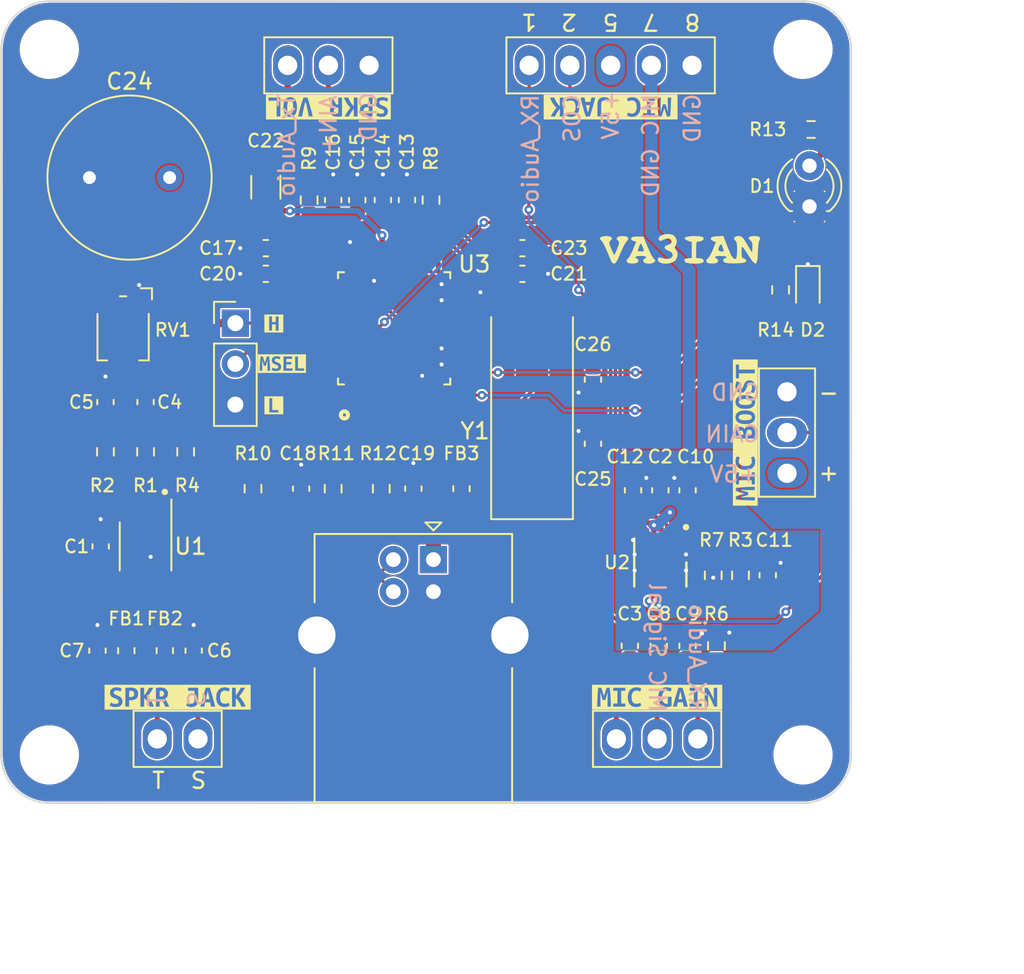
<source format=kicad_pcb>
(kicad_pcb (version 20211014) (generator pcbnew)
  (layers (0 "F.Cu" signal) (31 "B.Cu" signal) (34 "B.Paste" user) (35 "F.Paste" user) (36 "B.SilkS" user "B.Silkscreen") (37 "F.SilkS" user "F.Silkscreen") (38 "B.Mask" user) (39 "F.Mask" user) (44 "Edge.Cuts" user))
  (net 0 "")
  (net 1 "Net-(R14-Pad1)")
  (net 2 "Net-(D2-Pad2)")
  (net 3 "Net-(R13-Pad1)")
  (net 4 "Net-(D1-Pad2)")
  (net 5 "/D-")
  (net 6 "USB_D-")
  (net 7 "/D+")
  (net 8 "USB_D+")
  (net 9 "REGV")
  (net 10 "AVDD2")
  (net 11 "+5V")
  (net 12 "AVDD1")
  (net 13 "Net-(R3-Pad2)")
  (net 14 "GND1")
  (net 15 "Net-(R6-Pad1)")
  (net 16 "Net-(C8-Pad1)")
  (net 17 "Net-(R3-Pad1)")
  (net 18 "Net-(R4-Pad2)")
  (net 19 "Net-(C4-Pad2)")
  (net 20 "Net-(R1-Pad2)")
  (net 21 "Net-(C5-Pad2)")
  (net 22 "Net-(R2-Pad2)")
  (net 23 "GND")
  (net 24 "Net-(C4-Pad1)")
  (net 25 "AIN+")
  (net 27 "Net-(FB1-Pad1)")
  (net 28 "Net-(FB2-Pad1)")
  (net 29 "Net-(C10-Pad1)")
  (net 30 "Net-(C12-Pad1)")
  (net 31 "MAX9814_OUTPUT")
  (net 32 "Net-(C8-Pad2)")
  (net 33 "GAIN")
  (net 34 "Net-(C11-Pad1)")
  (net 35 "Tx Audio")
  (net 36 "/T")
  (net 37 "/S")
  (net 38 "Rx Audio")
  (net 39 "COS")
  (net 40 "Net-(C3-Pad2)")
  (net 47 "Net-(C25-Pad1)")
  (net 48 "Net-(C26-Pad1)")
  (net 57 "Net-(C21-Pad1)")
  (net 58 "Net-(C23-Pad2)")
  (net 61 "LOR")
  (net 62 "MSEL")
  (net 70 "Net-(FB3-Pad1)")
  (footprint "Connector_USB:USB_B_OST_USB-B1HSxx_Horizontal" (layer "F.Cu") (at 126.95 84.8225 -90)
    (fp_text reference "J3" hide)
    (fp_text value "USB_B" hide)
  )
  (footprint "Capacitor_SMD:C_0603_1608Metric" (layer "F.Cu") (at 106 90.5 90)
    (fp_text reference "C7")
    (fp_text value "220pF" hide)
  )
  (footprint "Resistor_SMD:R_0603_1608Metric" (layer "F.Cu") (at 119.2 62.4 90)
    (fp_text reference "R9")
    (fp_text value "0R" hide)
  )
  (footprint "Capacitor_SMD:C_1206_3216Metric" (layer "F.Cu") (at 116.5 61.6 90)
    (fp_text reference "C22")
    (fp_text value "100uF/6.3V" hide)
  )
  (footprint "LED_THT:LED_D3.0mm" (layer "F.Cu") (at 150.4 62.8 90)
    (fp_text reference "D1")
    (fp_text value "GREEN" hide)
  )
  (footprint "Capacitor_SMD:C_0603_1608Metric" (layer "F.Cu") (at 142.8 80.5 90)
    (fp_text reference "C10")
    (fp_text value "100nF" hide)
  )
  (footprint "MountingHole:MountingHole_3.2mm_M3_ISO14580" (layer "F.Cu") (at 150 53)
    (fp_text reference "H2" hide)
    (fp_text value "MountingHole" hide)
  )
  (footprint "Capacitor_SMD:C_0603_1608Metric" (layer "F.Cu") (at 123.8 62.4 90)
    (fp_text reference "C14")
    (fp_text value "4.7uF" hide)
  )
  (footprint "Potentiometer_SMD:Potentiometer_Bourns_TC33X_Vertical" (layer "F.Cu") (at 107.6 70.5 -90)
    (fp_text reference "RV1")
    (fp_text value "TC33X-2-103E" hide)
  )
  (footprint "Resistor_SMD:R_0603_1608Metric" (layer "F.Cu") (at 144.4 85.8 -90)
    (fp_text reference "R7")
    (fp_text value "100k" hide)
  )
  (footprint "Capacitor_SMD:C_0603_1608Metric" (layer "F.Cu") (at 118.7 80.4 90)
    (fp_text reference "C18")
    (fp_text value "100pF" hide)
  )
  (footprint "Package_DFN_QFN:DFN-14-1EP_3x3mm_P0.4mm_EP1.78x2.35mm" (layer "F.Cu") (at 141.1 85 -90)
    (fp_text reference "U2")
    (fp_text value "MAX9814" hide)
  )
  (footprint "Capacitor_SMD:C_0603_1608Metric" (layer "F.Cu") (at 136.9 77.6 90)
    (fp_text reference "C25")
    (fp_text value "20pF" hide)
  )
  (footprint "Capacitor_SMD:C_0603_1608Metric" (layer "F.Cu") (at 106.2 84 90)
    (fp_text reference "C1")
    (fp_text value "10uF" hide)
  )
  (footprint "Capacitor_SMD:C_0603_1608Metric" (layer "F.Cu") (at 141 90.2 90)
    (fp_text reference "C8")
    (fp_text value "100nF" hide)
  )
  (footprint "Resistor_SMD:R_0603_1608Metric" (layer "F.Cu") (at 148.6 68 -90)
    (fp_text reference "R14")
    (fp_text value "330R" hide)
  )
  (footprint "Capacitor_SMD:C_0603_1608Metric" (layer "F.Cu") (at 109 75 -90)
    (fp_text reference "C4")
    (fp_text value "1uF" hide)
  )
  (footprint "Resistor_SMD:R_0603_1608Metric" (layer "F.Cu") (at 120.7 80.4 90)
    (fp_text reference "R11")
    (fp_text value "22R" hide)
  )
  (footprint "Resistor_SMD:R_0603_1608Metric" (layer "F.Cu") (at 111.5 78.1 -90)
    (fp_text reference "R4")
    (fp_text value "10k" hide)
  )
  (footprint "kibuzzard-6481F34A" (layer "F.Cu") (at 111 93.4)
    (fp_text reference "kibuzzard-6481F34A" hide)
    (fp_text value "G***" hide)
  )
  (footprint "Resistor_SMD:R_0603_1608Metric" (layer "F.Cu") (at 106.5 78.1 -90)
    (fp_text reference "R2")
    (fp_text value "100R" hide)
  )
  (footprint "kibuzzard-648228C2" (layer "F.Cu") (at 117.5 72.6)
    (fp_text reference "kibuzzard-648228C2" hide)
    (fp_text value "G***" hide)
  )
  (footprint "PCB Footprints:CM108AH" (layer "F.Cu") (at 124.5 70.4 90)
    (fp_text reference "U3")
    (fp_text value "CM108AH" hide)
  )
  (footprint "Capacitor_SMD:C_0603_1608Metric" (layer "F.Cu") (at 112 90.5 90)
    (fp_text reference "C6")
    (fp_text value "220pF" hide)
  )
  (footprint "Capacitor_THT:C_Radial_D10.0mm_H20.0mm_P5.00mm" (layer "F.Cu") (at 110.5 61 180)
    (fp_text reference "C24")
    (fp_text value "2200uF/16V" hide)
  )
  (footprint "Connector_PinHeader_2.54mm:PinHeader_1x03_P2.54mm_Vertical" (layer "F.Cu") (at 114.6 70.075)
    (fp_text reference "J4" hide)
    (fp_text value "PH-00598" hide)
  )
  (footprint "PCB Footprints:Mic Jack" (layer "F.Cu") (at 138 54)
    (fp_text reference "J2" hide)
    (fp_text value "Mic Jack" hide)
  )
  (footprint "Resistor_SMD:R_0603_1608Metric" (layer "F.Cu") (at 146.1 85.8 90)
    (fp_text reference "R3")
    (fp_text value "150k" hide)
  )
  (footprint "Resistor_SMD:R_0603_1608Metric" (layer "F.Cu") (at 144.6 90.2 90)
    (fp_text reference "R6")
    (fp_text value "470R" hide)
  )
  (footprint "Capacitor_SMD:C_0603_1608Metric" (layer "F.Cu") (at 136.9 73.6 -90)
    (fp_text reference "C26")
    (fp_text value "20pF" hide)
  )
  (footprint "Capacitor_SMD:C_0603_1608Metric" (layer "F.Cu") (at 122.2 62.4 90)
    (fp_text reference "C15")
    (fp_text value "100nF" hide)
  )
  (footprint "Inductor_SMD:L_0603_1608Metric" (layer "F.Cu") (at 128.7 80.4 90)
    (fp_text reference "FB3")
    (fp_text value "MMZ1608B121CTAH0" hide)
  )
  (footprint "Capacitor_SMD:C_0603_1608Metric" (layer "F.Cu") (at 125.3 62.4 90)
    (fp_text reference "C13")
    (fp_text value "100nF" hide)
  )
  (footprint "PCB Footprints:Mic Boost Switch" (layer "F.Cu") (at 149 76.9 90)
    (fp_text reference "SW1" hide)
    (fp_text value "Mic Boost Switch" hide)
  )
  (footprint "Capacitor_SMD:C_0603_1608Metric" (layer "F.Cu") (at 120.7 62.4 90)
    (fp_text reference "C16")
    (fp_text value "4.7uF" hide)
  )
  (footprint "Capacitor_SMD:C_0603_1608Metric" (layer "F.Cu") (at 142.8 90.2 90)
    (fp_text reference "C9")
    (fp_text value "100pF" hide)
  )
  (footprint "Inductor_SMD:L_0603_1608Metric" (layer "F.Cu") (at 107.8 90.5 -90)
    (fp_text reference "FB1")
    (fp_text value "MMZ1608B121CTAH0" hide)
  )
  (footprint "kibuzzard-6481EE0B" (layer "F.Cu") (at 140.9 93.4)
    (fp_text reference "kibuzzard-6481EE0B" hide)
    (fp_text value "G***" hide)
  )
  (footprint "Capacitor_SMD:C_0603_1608Metric" (layer "F.Cu") (at 147.8 85.8 90)
    (fp_text reference "C11")
    (fp_text value "470nF" hide)
  )
  (footprint "Resistor_SMD:R_0603_1608Metric" (layer "F.Cu") (at 123.7 80.4 90)
    (fp_text reference "R12")
    (fp_text value "22R" hide)
  )
  (footprint "Capacitor_SMD:C_0603_1608Metric" (layer "F.Cu") (at 116.5 65.4 180)
    (fp_text reference "C17")
    (fp_text value "4.7uF" hide)
  )
  (footprint "kibuzzard-6481EDD5" (layer "F.Cu") (at 120.4 56.6 180)
    (fp_text reference "kibuzzard-6481EDD5" hide)
    (fp_text value "G***" hide)
  )
  (footprint "Capacitor_SMD:C_0603_1608Metric" (layer "F.Cu") (at 141.1 80.5 90)
    (fp_text reference "C2")
    (fp_text value "2.2uF" hide)
  )
  (footprint "Inductor_SMD:L_0603_1608Metric" (layer "F.Cu") (at 110.2 90.5 -90)
    (fp_text reference "FB2")
    (fp_text value "MMZ1608B121CTAH0" hide)
  )
  (footprint "kibuzzard-6481F543" (layer "F.Cu") (at 146.4 76.9 90)
    (fp_text reference "kibuzzard-6481F543" hide)
    (fp_text value "G***" hide)
  )
  (footprint "Capacitor_SMD:C_0603_1608Metric" (layer "F.Cu") (at 106.5 75 -90)
    (fp_text reference "C5")
    (fp_text value "1uF" hide)
  )
  (footprint "Capacitor_SMD:C_0603_1608Metric" (layer "F.Cu") (at 139.4 80.5 90)
    (fp_text reference "C12")
    (fp_text value "2.2uF" hide)
  )
  (footprint "MountingHole:MountingHole_3.2mm_M3_ISO14580" (layer "F.Cu") (at 103 97)
    (fp_text reference "H4" hide)
    (fp_text value "MountingHole" hide)
  )
  (footprint "Crystal:Crystal_SMD_HC49-SD" (layer "F.Cu") (at 133.1 75.6 90)
    (fp_text reference "Y1")
    (fp_text value "12MHz" hide)
  )
  (footprint "PCB Footprints:LOGO" (layer "F.Cu") (at 142.3 65.4)
    (fp_text reference "G***" hide)
    (fp_text value "LOGO" hide)
  )
  (footprint "Resistor_SMD:R_0603_1608Metric" (layer "F.Cu") (at 150.5 58)
    (fp_text reference "R13")
    (fp_text value "330R" hide)
  )
  (footprint "Capacitor_SMD:C_0603_1608Metric" (layer "F.Cu") (at 132.5 67)
    (fp_text reference "C21")
    (fp_text value "4.7uF" hide)
  )
  (footprint "MountingHole:MountingHole_3.2mm_M3_ISO14580" (layer "F.Cu") (at 103 53)
    (fp_text reference "H1" hide)
    (fp_text value "MountingHole" hide)
  )
  (footprint "kibuzzard-6482295C" (layer "F.Cu") (at 117 75.2)
    (fp_text reference "kibuzzard-6482295C" hide)
    (fp_text value "G***" hide)
  )
  (footprint "kibuzzard-6481EDF2" (layer "F.Cu") (at 138 56.6 180)
    (fp_text reference "kibuzzard-6481EDF2" hide)
    (fp_text value "G***" hide)
  )
  (footprint "Capacitor_SMD:C_0603_1608Metric" (layer "F.Cu") (at 125.7 80.4 90)
    (fp_text reference "C19")
    (fp_text value "100pF" hide)
  )
  (footprint "Resistor_SMD:R_0603_1608Metric" (layer "F.Cu") (at 109 78.1 -90)
    (fp_text reference "R1")
    (fp_text value "100R" hide)
  )
  (footprint "Capacitor_SMD:C_0603_1608Metric" (layer "F.Cu") (at 132.5 65.4 180)
    (fp_text reference "C23")
    (fp_text value "1uF" hide)
  )
  (footprint "Resistor_SMD:R_0603_1608Metric" (layer "F.Cu") (at 115.7 80.4 90)
    (fp_text reference "R10")
    (fp_text value "1.5k" hide)
  )
  (footprint "Capacitor_SMD:C_0603_1608Metric" (layer "F.Cu") (at 116.5 67 180)
    (fp_text reference "C20")
    (fp_text value "4.7uF" hide)
  )
  (footprint "LED_SMD:LED_0603_1608Metric" (layer "F.Cu") (at 150.3 68 -90)
    (fp_text reference "D2")
    (fp_text value "RED" hide)
  )
  (footprint "PCB Footprints:Speaker Jack" (layer "F.Cu") (at 111 96)
    (fp_text reference "J1" hide)
    (fp_text value "Speaker Jack" hide)
  )
  (footprint "PCB Footprints:Speaker Vol" (layer "F.Cu") (at 120.4 54)
    (fp_text reference "RV3" hide)
    (fp_text value "Speaker Vol" hide)
  )
  (footprint "Resistor_SMD:R_0603_1608Metric" (layer "F.Cu") (at 126.8 62.4 90)
    (fp_text reference "R8")
    (fp_text value "0R" hide)
  )
  (footprint "MountingHole:MountingHole_3.2mm_M3_ISO14580" (layer "F.Cu") (at 150 97)
    (fp_text reference "H3" hide)
    (fp_text value "MountingHole" hide)
  )
  (footprint "Capacitor_SMD:C_0603_1608Metric" (layer "F.Cu") (at 139.2 90.2 -90)
    (fp_text reference "C3")
    (fp_text value "100nF" hide)
  )
  (footprint "kibuzzard-6482294B" (layer "F.Cu") (at 117 70.1)
    (fp_text reference "kibuzzard-6482294B" hide)
    (fp_text value "G***" hide)
  )
  (footprint "Package_SO:MSOP-8_3x3mm_P0.65mm" (layer "F.Cu") (at 109 84 -90)
    (fp_text reference "U1")
    (fp_text value "PAM8302AAS" hide)
  )
  (footprint "PCB Footprints:Mic Gain Adjust" (layer "F.Cu") (at 140.9 96)
    (fp_text reference "RV2" hide)
    (fp_text value "Mic Gain Adjust" hide)
  )
  (gr_circle (center 142.7 82.8) (end 142.8 82.8) (layer "F.SilkS") (width 0.2) (fill none))
  (gr_circle (center 110.2 80.6) (end 110.3 80.6) (layer "F.SilkS") (width 0.2) (fill none))
  (gr_arc (start 153 97.1) (mid 152.086844 99.157564) (end 150 100.001666) (layer "Edge.Cuts") (width 0.1))
  (gr_line (start 153 97.1) (end 153.001666 53) (layer "Edge.Cuts") (width 0.1))
  (gr_line (start 102.9 100) (end 150 100.001666) (layer "Edge.Cuts") (width 0.1))
  (gr_arc (start 150.1 50) (mid 152.157564 50.913156) (end 153.001666 53) (layer "Edge.Cuts") (width 0.1))
  (gr_arc (start 102.9 100) (mid 100.842436 99.086844) (end 99.998334 97) (layer "Edge.Cuts") (width 0.1))
  (gr_line (start 150.1 50) (end 103 49.998334) (layer "Edge.Cuts") (width 0.1))
  (gr_line (start 100 52.9) (end 99.998334 97) (layer "Edge.Cuts") (width 0.1))
  (gr_arc (start 100 52.9) (mid 100.913156 50.842436) (end 103 49.998334) (layer "Edge.Cuts") (width 0.1))
  (gr_text "AIN+\n" (at 120.4 57.7 90) (layer "B.SilkS") (effects (font (size 1 1)) (justify mirror)))
  (gr_text "RX_Audio" (at 133 59.2 90) (layer "B.SilkS") (effects (font (size 1 1)) (justify mirror)))
  (gr_text "Tx_Audio" (at 117.8 59 90) (layer "B.SilkS") (effects (font (size 1 1)) (justify mirror)))
  (gr_text "T" (at 109.7 93.6 90) (layer "B.SilkS") (effects (font (size 1 1)) (justify mirror)))
  (gr_text "RX_Audio" (at 143.4 91 270) (layer "B.SilkS") (effects (font (size 1 1)) (justify mirror)))
  (gr_text "MIC GND" (at 140.5 59 90) (layer "B.SilkS") (effects (font (size 1 1)) (justify mirror)))
  (gr_text "COS" (at 135.6 57.3 90) (layer "B.SilkS") (effects (font (size 1 1)) (justify mirror)))
  (gr_text "GND" (at 145.8 74.4) (layer "B.SilkS") (effects (font (size 1 1)) (justify mirror)))
  (gr_text "GND" (at 143.1 57.3 90) (layer "B.SilkS") (effects (font (size 1 1)) (justify mirror)))
  (gr_text "+5V" (at 138 57.1 90) (layer "B.SilkS") (effects (font (size 1 1)) (justify mirror)))
  (gr_text "MIC Signal" (at 140.9 90.3 270) (layer "B.SilkS") (effects (font (size 1 1)) (justify mirror)))
  (gr_text "+5V" (at 145.7 79.5) (layer "B.SilkS") (effects (font (size 1 1)) (justify mirror)))
  (gr_text "S" (at 112.2 93.5 90) (layer "B.SilkS") (effects (font (size 1 1)) (justify mirror)))
  (gr_text "GAIN" (at 145.6 77) (layer "B.SilkS") (effects (font (size 1 1)) (justify mirror)))
  (gr_text "GND" (at 122.9 57.2 90) (layer "B.SilkS") (effects (font (size 1 1)) (justify mirror)))
  (gr_text "8" (at 143.1 51.3 180) (layer "F.SilkS") (effects (font (size 1 1))))
  (gr_text "T" (at 109.8 98.6) (layer "F.SilkS") (effects (font (size 1 1))))
  (gr_text "+" (at 151.6 79.4) (layer "F.SilkS") (effects (font (size 1 1))))
  (gr_text "1" (at 132.9 51.3 180) (layer "F.SilkS") (effects (font (size 1 1))))
  (gr_text "5" (at 138 51.3 180) (layer "F.SilkS") (effects (font (size 1 1))))
  (gr_text "-" (at 151.6 74.4) (layer "F.SilkS") (effects (font (size 1 1))))
  (gr_text "7" (at 140.5 51.3 180) (layer "F.SilkS") (effects (font (size 1 1))))
  (gr_text "S" (at 112.3 98.6) (layer "F.SilkS") (effects (font (size 1 1))))
  (gr_text "2" (at 135.4 51.3 180) (layer "F.SilkS") (effects (font (size 1 1))))
  (segment (start 127.25 74.57) (end 129.97 74.57) (width 0.2) (layer "F.Cu") (net 1))
  (segment (start 139.525 75.525) (end 141.675 75.525) (width 0.2) (layer "F.Cu") (net 1))
  (segment (start 141.675 75.525) (end 145.275 71.925) (width 0.2) (layer "F.Cu") (net 1))
  (segment (start 145.275 71.925) (end 145.275 68.525) (width 0.2) (layer "F.Cu") (net 1))
  (segment (start 129.97 74.57) (end 129.975 74.575) (width 0.2) (layer "F.Cu") (net 1))
  (segment (start 146.625 67.175) (end 148.6 67.175) (width 0.2) (layer "F.Cu") (net 1))
  (segment (start 145.275 68.525) (end 146.625 67.175) (width 0.2) (layer "F.Cu") (net 1))
  (via (at 139.525 75.525) (size 0.55) (drill 0.25) (layers "F.Cu" "B.Cu") (net 1))
  (via (at 129.975 74.575) (size 0.55) (drill 0.25) (layers "F.Cu" "B.Cu") (net 1))
  (segment (start 135.1 75.525) (end 139.525 75.525) (width 0.2) (layer "B.Cu") (net 1))
  (segment (start 129.975 74.575) (end 134.15 74.575) (width 0.2) (layer "B.Cu") (net 1))
  (segment (start 134.7 75.125) (end 135.1 75.525) (width 0.2) (layer "B.Cu") (net 1))
  (segment (start 134.15 74.575) (end 134.7 75.125) (width 0.2) (layer "B.Cu") (net 1))
  (segment (start 150.2625 68.825) (end 150.3 68.7875) (width 0.4) (layer "F.Cu") (net 2))
  (segment (start 148.6 68.825) (end 150.2625 68.825) (width 0.4) (layer "F.Cu") (net 2))
  (segment (start 141.6 73.15) (end 143.75 71) (width 0.2) (layer "F.Cu") (net 3))
  (segment (start 147 58) (end 149.675 58) (width 0.2) (layer "F.Cu") (net 3))
  (segment (start 143.75 71) (end 143.75 61.25) (width 0.2) (layer "F.Cu") (net 3))
  (segment (start 128.67 73.15) (end 130.975 73.15) (width 0.2) (layer "F.Cu") (net 3))
  (segment (start 139.55 73.15) (end 141.6 73.15) (width 0.2) (layer "F.Cu") (net 3))
  (segment (start 143.75 61.25) (end 147 58) (width 0.2) (layer "F.Cu") (net 3))
  (via (at 139.55 73.15) (size 0.55) (drill 0.25) (layers "F.Cu" "B.Cu") (net 3))
  (via (at 130.975 73.15) (size 0.55) (drill 0.25) (layers "F.Cu" "B.Cu") (net 3))
  (segment (start 130.975 73.15) (end 139.55 73.15) (width 0.2) (layer "B.Cu") (net 3))
  (segment (start 151.325 59.335) (end 150.4 60.26) (width 0.4) (layer "F.Cu") (net 4))
  (segment (start 151.325 58) (end 151.325 59.335) (width 0.4) (layer "F.Cu") (net 4))
  (segment (start 123.675001 85.597499) (end 123.415699 85.597499) (width 0.2) (layer "F.Cu") (net 5))
  (segment (start 125.7 81.175) (end 123.75 81.175) (width 0.2) (layer "F.Cu") (net 5))
  (segment (start 123.75 81.175) (end 123.7 81.225) (width 0.2) (layer "F.Cu") (net 5))
  (segment (start 123.175 81.225) (end 123.7 81.225) (width 0.2) (layer "F.Cu") (net 5))
  (segment (start 122.625 81.775) (end 123.175 81.225) (width 0.2) (layer "F.Cu") (net 5))
  (segment (start 122.625 84.8068) (end 122.625 81.975) (width 0.2) (layer "F.Cu") (net 5))
  (segment (start 122.625 81.975) (end 122.625 81.775) (width 0.2) (layer "F.Cu") (net 5))
  (segment (start 123.415699 85.597499) (end 122.625 84.8068) (width 0.2) (layer "F.Cu") (net 5))
  (segment (start 124.45 84.8225) (end 123.675001 85.597499) (width 0.2) (layer "F.Cu") (net 5))
  (segment (start 119.6932 76.275) (end 121.3932 76.275) (width 0.2) (layer "F.Cu") (net 6))
  (segment (start 119.202499 70.125) (end 118.5932 70.125) (width 0.2) (layer "F.Cu") (net 6))
  (segment (start 118.5932 70.125) (end 117.925 70.7932) (width 0.2) (layer "F.Cu") (net 6))
  (segment (start 121.3932 76.275) (end 122.425001 77.306801) (width 0.2) (layer "F.Cu") (net 6))
  (segment (start 119.227499 70.15) (end 119.202499 70.125) (width 0.2) (layer "F.Cu") (net 6))
  (segment (start 120.33 70.15) (end 119.227499 70.15) (width 0.2) (layer "F.Cu") (net 6))
  (segment (start 117.925 70.7932) (end 117.925 74.5068) (width 0.2) (layer "F.Cu") (net 6))
  (segment (start 122.425001 77.306801) (end 122.425001 78.300001) (width 0.2) (layer "F.Cu") (net 6))
  (segment (start 122.425001 78.300001) (end 123.7 79.575) (width 0.2) (layer "F.Cu") (net 6))
  (segment (start 117.925 74.5068) (end 119.6932 76.275) (width 0.2) (layer "F.Cu") (net 6))
  (segment (start 122.175 81.925) (end 122.175 81.775) (width 0.2) (layer "F.Cu") (net 7))
  (segment (start 123.229301 86.047501) (end 122.175 84.9932) (width 0.2) (layer "F.Cu") (net 7))
  (segment (start 120.65 81.175) (end 120.7 81.225) (width 0.2) (layer "F.Cu") (net 7))
  (segment (start 122.175 84.9932) (end 122.175 81.925) (width 0.2) (layer "F.Cu") (net 7))
  (segment (start 123.675001 86.047501) (end 123.229301 86.047501) (width 0.2) (layer "F.Cu") (net 7))
  (segment (start 118.7 81.175) (end 120.65 81.175) (width 0.2) (layer "F.Cu") (net 7))
  (segment (start 115.7 81.225) (end 118.65 81.225) (width 0.2) (layer "F.Cu") (net 7))
  (segment (start 122.175 81.775) (end 121.625 81.225) (width 0.2) (layer "F.Cu") (net 7))
  (segment (start 118.65 81.225) (end 118.7 81.175) (width 0.2) (layer "F.Cu") (net 7))
  (segment (start 124.45 86.8225) (end 123.675001 86.047501) (width 0.2) (layer "F.Cu") (net 7))
  (segment (start 121.625 81.225) (end 120.7 81.225) (width 0.2) (layer "F.Cu") (net 7))
  (segment (start 117.475 70.6068) (end 117.475 74.6932) (width 0.2) (layer "F.Cu") (net 8))
  (segment (start 119.5068 76.725) (end 121.2068 76.725) (width 0.2) (layer "F.Cu") (net 8))
  (segment (start 119.227499 69.65) (end 119.202499 69.675) (width 0.2) (layer "F.Cu") (net 8))
  (segment (start 121.974999 77.493199) (end 121.974999 78.300001) (width 0.2) (layer "F.Cu") (net 8))
  (segment (start 118.4068 69.675) (end 117.475 70.6068) (width 0.2) (layer "F.Cu") (net 8))
  (segment (start 117.475 74.6932) (end 119.5068 76.725) (width 0.2) (layer "F.Cu") (net 8))
  (segment (start 121.2068 76.725) (end 121.974999 77.493199) (width 0.2) (layer "F.Cu") (net 8))
  (segment (start 120.33 69.65) (end 119.227499 69.65) (width 0.2) (layer "F.Cu") (net 8))
  (segment (start 119.202499 69.675) (end 118.4068 69.675) (width 0.2) (layer "F.Cu") (net 8))
  (segment (start 121.974999 78.300001) (end 120.7 79.575) (width 0.2) (layer "F.Cu") (net 8))
  (segment (start 115.7 78.875) (end 112.5 75.675) (width 0.5) (layer "F.Cu") (net 9))
  (segment (start 112.5 75.675) (end 112.5 70.725) (width 0.5) (layer "F.Cu") (net 9))
  (segment (start 116.225 70.075) (end 117.275 69.025) (width 0.2) (layer "F.Cu") (net 9))
  (segment (start 122.55 67.65) (end 120.33 67.65) (width 0.2) (layer "F.Cu") (net 9))
  (segment (start 124.75 74.57) (end 124.75 69.85) (width 0.2) (layer "F.Cu") (net 9))
  (segment (start 120.33 67.65) (end 118.95 67.65) (width 0.25) (layer "F.Cu") (net 9))
  (segment (start 118.3 67) (end 117.275 67) (width 0.25) (layer "F.Cu") (net 9))
  (segment (start 118.95 67.65) (end 118.3 67) (width 0.25) (layer "F.Cu") (net 9))
  (segment (start 117.275 69.025) (end 117.275 67) (width 0.2) (layer "F.Cu") (net 9))
  (segment (start 115.7 79.575) (end 115.7 78.875) (width 0.5) (layer "F.Cu") (net 9))
  (segment (start 114.6 70.075) (end 116.225 70.075) (width 0.2) (layer "F.Cu") (net 9))
  (segment (start 112.5 70.725) (end 113.15 70.075) (width 0.5) (layer "F.Cu") (net 9))
  (segment (start 113.15 70.075) (end 114.6 70.075) (width 0.5) (layer "F.Cu") (net 9))
  (segment (start 124.75 69.85) (end 122.55 67.65) (width 0.2) (layer "F.Cu") (net 9))
  (segment (start 119.2 63.225) (end 122.15 63.225) (width 0.7) (layer "F.Cu") (net 10))
  (segment (start 122.2 64.2) (end 122.2 63.175) (width 0.25) (layer "F.Cu") (net 10))
  (segment (start 122.15 63.225) (end 122.2 63.175) (width 0.7) (layer "F.Cu") (net 10))
  (segment (start 122.75 64.75) (end 122.2 64.2) (width 0.25) (layer "F.Cu") (net 10))
  (segment (start 122.75 66.23) (end 122.75 64.75) (width 0.25) (layer "F.Cu") (net 10))
  (segment (start 141.9 82.075) (end 141.7 81.875) (width 0.2) (layer "F.Cu") (net 11))
  (segment (start 141.7 81.875) (end 141.1 81.275) (width 0.7) (layer "F.Cu") (net 11))
  (segment (start 140.7 83.525) (end 140.7 82.675) (width 0.3) (layer "F.Cu") (net 11))
  (segment (start 141.9 83.525) (end 141.9 82.075) (width 0.2) (layer "F.Cu") (net 11))
  (via (at 140.7 82.675) (size 0.55) (drill 0.25) (layers "F.Cu" "B.Cu") (net 11))
  (via (at 141.7 81.875) (size 0.55) (drill 0.25) (layers "F.Cu" "B.Cu") (net 11))
  (segment (start 140.9 82.675) (end 141.7 81.875) (width 0.7) (layer "B.Cu") (net 11))
  (segment (start 140.7 82.675) (end 140.9 82.675) (width 0.7) (layer "B.Cu") (net 11))
  (segment (start 126.75 63.175) (end 126.8 63.225) (width 0.7) (layer "F.Cu") (net 12))
  (segment (start 125.25 63.225) (end 125.3 63.175) (width 0.25) (layer "F.Cu") (net 12))
  (segment (start 125.25 66.23) (end 125.25 63.225) (width 0.25) (layer "F.Cu") (net 12))
  (segment (start 123.8 63.175) (end 126.75 63.175) (width 0.7) (layer "F.Cu") (net 12))
  (segment (start 143.5 85.3375) (end 143.8625 84.975) (width 0.2) (layer "F.Cu") (net 13))
  (segment (start 142.95 87.2) (end 143.5 86.65) (width 0.2) (layer "F.Cu") (net 13))
  (segment (start 146.1 84.975) (end 144.4 84.975) (width 0.25) (layer "F.Cu") (net 13))
  (segment (start 142.475 87.2) (end 142.95 87.2) (width 0.2) (layer "F.Cu") (net 13))
  (segment (start 143.8625 84.975) (end 144.4 84.975) (width 0.2) (layer "F.Cu") (net 13))
  (segment (start 143.5 86.65) (end 143.5 85.3375) (width 0.2) (layer "F.Cu") (net 13))
  (segment (start 142.3 86.475) (end 142.3 87.025) (width 0.2) (layer "F.Cu") (net 13))
  (segment (start 142.3 87.025) (end 142.475 87.2) (width 0.2) (layer "F.Cu") (net 13))
  (segment (start 144.6 89.375) (end 145.4 89.375) (width 0.6) (layer "F.Cu") (net 14))
  (segment (start 139.9 83.525) (end 139.475 83.525) (width 0.2) (layer "F.Cu") (net 14))
  (segment (start 139.475 83.525) (end 139.4 83.6) (width 0.2) (layer "F.Cu") (net 14))
  (segment (start 141.1 86.475) (end 141.1 87.603502) (width 0.2) (layer "F.Cu") (net 14))
  (segment (start 141.1 87.603502) (end 141.012469 87.691033) (width 0.2) (layer "F.Cu") (net 14))
  (segment (start 144.55 89.425) (end 144.6 89.375) (width 0.6) (layer "F.Cu") (net 14))
  (segment (start 142.8 89.425) (end 143.7 89.425) (width 0.6) (layer "F.Cu") (net 14))
  (segment (start 140.225 79.725) (end 141.975 79.725) (width 0.6) (layer "F.Cu") (net 14))
  (segment (start 141.1 83.525) (end 141.1 85) (width 0.2) (layer "F.Cu") (net 14))
  (segment (start 144.4 86.625) (end 144.4 85.95) (width 0.6) (layer "F.Cu") (net 14))
  (segment (start 140.3 85.8) (end 141.1 85) (width 0.2) (layer "F.Cu") (net 14))
  (segment (start 141.975 79.725) (end 142.8 79.725) (width 0.6) (layer "F.Cu") (net 14))
  (segment (start 140.3 86.475) (end 140.3 85.8) (width 0.2) (layer "F.Cu") (net 14))
  (segment (start 139.4 79.725) (end 140.225 79.725) (width 0.6) (layer "F.Cu") (net 14))
  (segment (start 147.8 85.025) (end 148.6 85.025) (width 0.6) (layer "F.Cu") (net 14))
  (segment (start 143.7 89.425) (end 144.55 89.425) (width 0.6) (layer "F.Cu") (net 14))
  (via (at 141.975 79.725) (size 0.55) (drill 0.25) (layers "F.Cu" "B.Cu") (net 14))
  (via (at 142.7 84.5) (size 0.55) (drill 0.25) (layers "F.Cu" "B.Cu") (net 14))
  (via (at 139.5 84.5) (size 0.55) (drill 0.25) (layers "F.Cu" "B.Cu") (net 14))
  (via (at 139.5 85.5) (size 0.55) (drill 0.25) (layers "F.Cu" "B.Cu") (net 14))
  (via (at 140.225 79.725) (size 0.55) (drill 0.25) (layers "F.Cu" "B.Cu") (net 14))
  (via (at 145.4 89.375) (size 0.55) (drill 0.25) (layers "F.Cu" "B.Cu") (net 14))
  (via (at 148.6 85.025) (size 0.55) (drill 0.25) (layers "F.Cu" "B.Cu") (net 14))
  (via (at 141.012469 87.691033) (size 0.55) (drill 0.25) (layers "F.Cu" "B.Cu") (net 14))
  (via (at 143.7 89.425) (size 0.55) (drill 0.25) (layers "F.Cu" "B.Cu") (net 14))
  (via (at 139.4 83.6) (size 0.55) (drill 0.25) (layers "F.Cu" "B.Cu") (net 14))
  (via (at 142.7 85.5) (size 0.55) (drill 0.25) (layers "F.Cu" "B.Cu") (net 14))
  (via (at 144.4 85.95) (size 0.55) (drill 0.25) (layers "F.Cu" "B.Cu") (net 14))
  (segment (start 140.54 64.44) (end 142.9 66.8) (width 0.8) (layer "B.Cu") (net 14))
  (segment (start 142.9 66.8) (end 142.9 78.4) (width 0.8) (layer "B.Cu") (net 14))
  (segment (start 140.54 54) (end 140.54 64.44) (width 0.8) (layer "B.Cu") (net 14))
  (segment (start 143.44 93.56) (end 144.6 92.4) (width 0.3) (layer "F.Cu") (net 15))
  (segment (start 143.44 96) (end 143.44 93.56) (width 0.3) (layer "F.Cu") (net 15))
  (segment (start 144.6 92.4) (end 144.6 91.025) (width 0.3) (layer "F.Cu") (net 15))
  (segment (start 140.9 96) (end 140.9 91.075) (width 0.3) (layer "F.Cu") (net 16))
  (segment (start 140.9 91.075) (end 141 90.975) (width 0.3) (layer "F.Cu") (net 16))
  (segment (start 141 90.975) (end 142.8 90.975) (width 0.3) (layer "F.Cu") (net 16))
  (segment (start 146.1 87.3) (end 145.75 87.65) (width 0.2) (layer "F.Cu") (net 17))
  (segment (start 145.75 87.65) (end 142.375 87.65) (width 0.2) (layer "F.Cu") (net 17))
  (segment (start 142.375 87.65) (end 141.9 87.175) (width 0.2) (layer "F.Cu") (net 17))
  (segment (start 141.9 87.175) (end 141.9 86.475) (width 0.2) (layer "F.Cu") (net 17))
  (segment (start 146.1 86.625) (end 146.1 87.3) (width 0.2) (layer "F.Cu") (net 17))
  (segment (start 111.5 79.1) (end 111.5 78.925) (width 0.3) (layer "F.Cu") (net 18))
  (segment (start 109.975 81.8875) (end 109.975 80.625) (width 0.3) (layer "F.Cu") (net 18))
  (segment (start 109.975 80.625) (end 111.5 79.1) (width 0.3) (layer "F.Cu") (net 18))
  (segment (start 109 77.275) (end 109 75.775) (width 0.3) (layer "F.Cu") (net 19))
  (segment (start 108.675 79.25) (end 109 78.925) (width 0.3) (layer "F.Cu") (net 20))
  (segment (start 108.675 81.8875) (end 108.675 79.25) (width 0.3) (layer "F.Cu") (net 20))
  (segment (start 106.5 77.275) (end 106.5 75.775) (width 0.3) (layer "F.Cu") (net 21))
  (segment (start 108.025 80.625) (end 106.5 79.1) (width 0.3) (layer "F.Cu") (net 22))
  (segment (start 108.025 81.8875) (end 108.025 80.625) (width 0.3) (layer "F.Cu") (net 22))
  (segment (start 106.5 79.1) (end 106.5 78.925) (width 0.3) (layer "F.Cu") (net 22))
  (segment (start 128.67 68.65) (end 127.46 68.65) (width 0.3) (layer "F.Cu") (net 23))
  (segment (start 122.2 61.625) (end 122.2 60.8) (width 0.8) (layer "F.Cu") (net 23))
  (segment (start 125.7 79.625) (end 125.7 78.8) (width 0.8) (layer "F.Cu") (net 23))
  (segment (start 133.275 67) (end 134.1 67) (width 0.8) (layer "F.Cu") (net 23))
  (segment (start 108.6 68.7) (end 108.6 67.7) (width 0.8) (layer "F.Cu") (net 23))
  (segment (start 109.325 86.1125) (end 109.325 84.655) (width 0.5) (layer "F.Cu") (net 23))
  (segment (start 112 89.725) (end 112 88.9) (width 0.8) (layer "F.Cu") (net 23))
  (segment (start 128.67 71.65) (end 127.46 71.65) (width 0.3) (layer "F.Cu") (net 23))
  (segment (start 128.67 68.15) (end 129.88 68.15) (width 0.3) (layer "F.Cu") (net 23))
  (segment (start 136.025 74.375) (end 136 74.4) (width 0.8) (layer "F.Cu") (net 23))
  (segment (start 150.3 67.2125) (end 150.3 66.4) (width 0.8) (layer "F.Cu") (net 23))
  (segment (start 136.9 76.825) (end 136.025 76.825) (width 0.8) (layer "F.Cu") (net 23))
  (segment (start 128.67 67.65) (end 127.46 67.65) (width 0.3) (layer "F.Cu") (net 23))
  (segment (start 106.5 74.225) (end 106.5 73.4) (width 0.8) (layer "F.Cu") (net 23))
  (segment (start 115.725 67) (end 114.9 67) (width 0.8) (layer "F.Cu") (net 23))
  (segment (start 120.7 61.625) (end 120.7 60.8) (width 0.8) (layer "F.Cu") (net 23))
  (segment (start 115.725 65.4) (end 114.9 65.4) (width 0.8) (layer "F.Cu") (net 23))
  (segment (start 125.3 61.625) (end 125.3 60.8) (width 0.8) (layer "F.Cu") (net 23))
  (segment (start 118.7 79.625) (end 118.7 78.9) (width 0.8) (layer "F.Cu") (net 23))
  (segment (start 128.67 72.65) (end 127.46 72.65) (width 0.3) (layer "F.Cu") (net 23))
  (segment (start 123.25 66.23) (end 123.25 67.44) (width 0.3) (layer "F.Cu") (net 23))
  (segment (start 106.2 83.225) (end 106.2 82.3) (width 0.8) (layer "F.Cu") (net 23))
  (segment (start 123.8 61.625) (end 123.8 60.8) (width 0.8) (layer "F.Cu") (net 23))
  (segment (start 109.325 84.655) (end 109.32 84.65) (width 0.5) (layer "F.Cu") (net 23))
  (segment (start 136.9 74.375) (end 136.025 74.375) (width 0.8) (layer "F.Cu") (net 23))
  (segment (start 121.75 66.23) (end 121.75 65.02) (width 0.3) (layer "F.Cu") (net 23))
  (segment (start 136.025 76.825) (end 136 76.8) (width 0.8) (layer "F.Cu") (net 23))
  (segment (start 126.25 74.57) (end 126.25 73.36) (width 0.3) (layer "F.Cu") (net 23))
  (segment (start 106 89.725) (end 106 88.9) (width 0.8) (layer "F.Cu") (net 23))
  (via (at 122.2 60.8) (size 0.55) (drill 0.25) (layers "F.Cu" "B.Cu") (net 23))
  (via (at 114.9 67) (size 0.55) (drill 0.25) (layers "F.Cu" "B.Cu") (net 23))
  (via (at 118.7 78.9) (size 0.55) (drill 0.25) (layers "F.Cu" "B.Cu") (net 23))
  (via (at 136 74.4) (size 0.55) (drill 0.25) (layers "F.Cu" "B.Cu") (net 23))
  (via (at 106.2 82.3) (size 0.55) (drill 0.25) (layers "F.Cu" "B.Cu") (net 23))
  (via (at 129.88 68.15) (size 0.55) (drill 0.25) (layers "F.Cu" "B.Cu") (net 23))
  (via (at 108.6 67.7) (size 0.55) (drill 0.25) (layers "F.Cu" "B.Cu") (net 23))
  (via (at 127.46 67.65) (size 0.55) (drill 0.25) (layers "F.Cu" "B.Cu") (net 23))
  (via (at 106.5 73.4) (size 0.55) (drill 0.25) (layers "F.Cu" "B.Cu") (net 23))
  (via (at 123.25 67.44) (size 0.55) (drill 0.25) (layers "F.Cu" "B.Cu") (net 23))
  (via (at 120.7 60.8) (size 0.55) (drill 0.25) (layers "F.Cu" "B.Cu") (net 23))
  (via (at 112 88.9) (size 0.55) (drill 0.25) (layers "F.Cu" "B.Cu") (net 23))
  (via (at 114.9 65.4) (size 0.55) (drill 0.25) (layers "F.Cu" "B.Cu") (net 23))
  (via (at 125.3 60.8) (size 0.55) (drill 0.25) (layers "F.Cu" "B.Cu") (net 23))
  (via (at 121.75 65.02) (size 0.55) (drill 0.25) (layers "F.Cu" "B.Cu") (net 23))
  (via (at 106 88.9) (size 0.55) (drill 0.25) (layers "F.Cu" "B.Cu") (net 23))
  (via (at 127.46 71.65) (size 0.55) (drill 0.25) (layers "F.Cu" "B.Cu") (net 23))
  (via (at 150.3 66.4) (size 0.55) (drill 0.25) (layers "F.Cu" "B.Cu") (net 23))
  (via (at 136 76.8) (size 0.55) (drill 0.25) (layers "F.Cu" "B.Cu") (net 23))
  (via (at 109.32 84.65) (size 0.55) (drill 0.25) (layers "F.Cu" "B.Cu") (net 23))
  (via (at 123.8 60.8) (size 0.55) (drill 0.25) (layers "F.Cu" "B.Cu") (net 23))
  (via (at 126.25 73.36) (size 0.55) (drill 0.25) (layers "F.Cu" "B.Cu") (net 23))
  (via (at 125.7 78.8) (size 0.55) (drill 0.25) (layers "F.Cu" "B.Cu") (net 23))
  (via (at 127.46 68.65) (size 0.55) (drill 0.25) (layers "F.Cu" "B.Cu") (net 23))
  (via (at 134.1 67) (size 0.55) (drill 0.25) (layers "F.Cu" "B.Cu") (net 23))
  (via (at 127.46 72.65) (size 0.55) (drill 0.25) (layers "F.Cu" "B.Cu") (net 23))
  (segment (start 109 74.225) (end 109 73.35) (width 0.3) (layer "F.Cu") (net 24))
  (segment (start 109 73.35) (end 107.6 71.95) (width 0.3) (layer "F.Cu") (net 24))
  (segment (start 106.6 68.7) (end 106.6 67.5) (width 0.3) (layer "F.Cu") (net 25))
  (segment (start 106.6 67.5) (end 112.6 61.5) (width 0.3) (layer "F.Cu") (net 25))
  (segment (start 120.4 58.5) (end 120.4 54) (width 0.3) (layer "F.Cu") (net 25))
  (segment (start 112.6 61.5) (end 117.4 61.5) (width 0.3) (layer "F.Cu") (net 25))
  (segment (start 117.4 61.5) (end 120.4 58.5) (width 0.3) (layer "F.Cu") (net 25))
  (segment (start 108.025 86.1125) (end 108.025 89.4875) (width 0.3) (layer "F.Cu") (net 27))
  (segment (start 108.025 89.4875) (end 107.8 89.7125) (width 0.3) (layer "F.Cu") (net 27))
  (segment (start 109.975 86.1125) (end 109.975 89.4875) (width 0.3) (layer "F.Cu") (net 28))
  (segment (start 109.975 89.4875) (end 110.2 89.7125) (width 0.3) (layer "F.Cu") (net 28))
  (segment (start 142.3 83.525) (end 142.3 82.8) (width 0.2) (layer "F.Cu") (net 29))
  (segment (start 142.3 82.8) (end 142.8 82.3) (width 0.2) (layer "F.Cu") (net 29))
  (segment (start 142.8 82.3) (end 142.8 81.275) (width 0.2) (layer "F.Cu") (net 29))
  (segment (start 140.3 82.175) (end 141.025 82.175) (width 0.2) (layer "F.Cu") (net 30))
  (segment (start 141.5 82.65) (end 141.5 83.525) (width 0.2) (layer "F.Cu") (net 30))
  (segment (start 141.025 82.175) (end 141.5 82.65) (width 0.2) (layer "F.Cu") (net 30))
  (segment (start 139.4 81.275) (end 140.3 82.175) (width 0.2) (layer "F.Cu") (net 30))
  (segment (start 135.4 65.4) (end 138.6 68.6) (width 0.2) (layer "F.Cu") (net 31))
  (segment (start 139.25 82.65) (end 139.975 82.65) (width 0.2) (layer "F.Cu") (net 31))
  (segment (start 138.6 68.6) (end 138.6 82) (width 0.2) (layer "F.Cu") (net 31))
  (segment (start 139.975 82.65) (end 140.3 82.975) (width 0.2) (layer "F.Cu") (net 31))
  (segment (start 138.6 82) (end 139.25 82.65) (width 0.2) (layer "F.Cu") (net 31))
  (segment (start 140.3 82.975) (end 140.3 83.525) (width 0.2) (layer "F.Cu") (net 31))
  (segment (start 133.275 65.4) (end 135.4 65.4) (width 0.2) (layer "F.Cu") (net 31))
  (segment (start 139.9 86.475) (end 139.9 88.325) (width 0.25) (layer "F.Cu") (net 32))
  (segment (start 139.9 88.325) (end 141 89.425) (width 0.25) (layer "F.Cu") (net 32))
  (segment (start 150.5 76.9) (end 149 76.9) (width 0.2) (layer "F.Cu") (net 33))
  (segment (start 140.7 87.1) (end 140.4 87.4) (width 0.2) (layer "F.Cu") (net 33))
  (segment (start 148.925 88.075) (end 151.3 85.7) (width 0.2) (layer "F.Cu") (net 33))
  (segment (start 151.3 85.7) (end 151.3 77.7) (width 0.2) (layer "F.Cu") (net 33))
  (segment (start 140.7 86.475) (end 140.7 87.1) (width 0.2) (layer "F.Cu") (net 33))
  (segment (start 151.3 77.7) (end 150.5 76.9) (width 0.2) (layer "F.Cu") (net 33))
  (via (at 140.4 87.4) (size 0.55) (drill 0.25) (layers "F.Cu" "B.Cu") (net 33))
  (via (at 148.925 88.075) (size 0.55) (drill 0.25) (layers "F.Cu" "B.Cu") (net 33))
  (segment (start 140.4 87.95) (end 141.125 88.675) (width 0.2) (layer "B.Cu") (net 33))
  (segment (start 141.125 88.675) (end 148.325 88.675) (width 0.2) (layer "B.Cu") (net 33))
  (segment (start 140.4 87.4) (end 140.4 87.95) (width 0.2) (layer "B.Cu") (net 33))
  (segment (start 148.325 88.675) (end 148.925 88.075) (width 0.2) (layer "B.Cu") (net 33))
  (segment (start 147.225 88.2) (end 147.8 87.625) (width 0.2) (layer "F.Cu") (net 34))
  (segment (start 141.5 87.375) (end 142.325 88.2) (width 0.2) (layer "F.Cu") (net 34))
  (segment (start 147.8 87.625) (end 147.8 86.575) (width 0.2) (layer "F.Cu") (net 34))
  (segment (start 141.5 86.475) (end 141.5 87.375) (width 0.2) (layer "F.Cu") (net 34))
  (segment (start 142.325 88.2) (end 147.225 88.2) (width 0.2) (layer "F.Cu") (net 34))
  (segment (start 116.5 60.125) (end 116.5 58.4) (width 0.4) (layer "F.Cu") (net 35))
  (segment (start 116.5 58.4) (end 117.86 57.04) (width 0.4) (layer "F.Cu") (net 35))
  (segment (start 117.86 57.04) (end 117.86 54) (width 0.4) (layer "F.Cu") (net 35))
  (segment (start 107.8 91.2875) (end 106.0125 91.2875) (width 0.3) (layer "F.Cu") (net 36))
  (segment (start 109.73 93.2175) (end 107.8 91.2875) (width 0.3) (layer "F.Cu") (net 36))
  (segment (start 109.73 96) (end 109.73 93.2175) (width 0.3) (layer "F.Cu") (net 36))
  (segment (start 106.0125 91.2875) (end 106 91.275) (width 0.3) (layer "F.Cu") (net 36))
  (segment (start 112.27 91.545) (end 112 91.275) (width 0.3) (layer "F.Cu") (net 37))
  (segment (start 112.27 96) (end 112.27 91.545) (width 0.3) (layer "F.Cu") (net 37))
  (segment (start 110.2 91.2875) (end 111.9875 91.2875) (width 0.3) (layer "F.Cu") (net 37))
  (segment (start 111.9875 91.2875) (end 112 91.275) (width 0.3) (layer "F.Cu") (net 37))
  (segment (start 136 68) (end 138 70) (width 0.2) (layer "F.Cu") (net 38))
  (segment (start 138 88.225) (end 139.2 89.425) (width 0.2) (layer "F.Cu") (net 38))
  (segment (start 132.9 63) (end 132.9 57.6) (width 0.2) (layer "F.Cu") (net 38))
  (segment (start 138 70) (end 138 88.225) (width 0.2) (layer "F.Cu") (net 38))
  (segment (start 132.92 57.52) (end 132.92 54) (width 0.2) (layer "F.Cu") (net 38))
  (via (at 132.9 63) (size 0.55) (drill 0.25) (layers "F.Cu" "B.Cu") (net 38))
  (via (at 136 68) (size 0.55) (drill 0.25) (layers "F.Cu" "B.Cu") (net 38))
  (segment (start 132.9 63.8) (end 132.9 63) (width 0.2) (layer "B.Cu") (net 38))
  (segment (start 136 66.9) (end 132.9 63.8) (width 0.2) (layer "B.Cu") (net 38))
  (segment (start 136 68) (end 136 66.9) (width 0.2) (layer "B.Cu") (net 38))
  (segment (start 123 72) (end 121.85 73.15) (width 0.2) (layer "F.Cu") (net 39))
  (segment (start 123.9 70) (end 123 70.9) (width 0.2) (layer "F.Cu") (net 39))
  (segment (start 121.85 73.15) (end 120.33 73.15) (width 0.2) (layer "F.Cu") (net 39))
  (segment (start 123 70.9) (end 123 72) (width 0.2) (layer "F.Cu") (net 39))
  (segment (start 133.7 63.8) (end 135.46 62.04) (width 0.2) (layer "F.Cu") (net 39))
  (segment (start 135.46 62.04) (end 135.46 54) (width 0.2) (layer "F.Cu") (net 39))
  (segment (start 130.1 63.8) (end 133.7 63.8) (width 0.2) (layer "F.Cu") (net 39))
  (via (at 130.1 63.8) (size 0.55) (drill 0.25) (layers "F.Cu" "B.Cu") (net 39))
  (via (at 123.9 70) (size 0.55) (drill 0.25) (layers "F.Cu" "B.Cu") (net 39))
  (segment (start 129.4 64.5) (end 123.9 70) (width 0.2) (layer "B.Cu") (net 39))
  (segment (start 130.1 63.8) (end 129.4 64.5) (width 0.2) (layer "B.Cu") (net 39))
  (segment (start 138.36 93.54) (end 139.2 92.7) (width 0.3) (layer "F.Cu") (net 40))
  (segment (start 139.2 92.7) (end 139.2 90.975) (width 0.3) (layer "F.Cu") (net 40))
  (segment (start 138.36 96) (end 138.36 93.54) (width 0.3) (layer "F.Cu") (net 40))
  (segment (start 135.425 79.85) (end 136.9 78.375) (width 0.2) (layer "F.Cu") (net 47))
  (segment (start 131.85 79.85) (end 133.1 79.85) (width 0.2) (layer "F.Cu") (net 47))
  (segment (start 125.25 74.57) (end 125.25 76.45) (width 0.2) (layer "F.Cu") (net 47))
  (segment (start 125.25 76.45) (end 126.3 77.5) (width 0.2) (layer "F.Cu") (net 47))
  (segment (start 129.5 77.5) (end 131.85 79.85) (width 0.2) (layer "F.Cu") (net 47))
  (segment (start 133.1 79.85) (end 135.425 79.85) (width 0.2) (layer "F.Cu") (net 47))
  (segment (start 126.3 77.5) (end 129.5 77.5) (width 0.2) (layer "F.Cu") (net 47))
  (segment (start 133.1 71.35) (end 135.425 71.35) (width 0.2) (layer "F.Cu") (net 48))
  (segment (start 132.4 75) (end 133.1 74.3) (width 0.2) (layer "F.Cu") (net 48))
  (segment (start 126.3 76.4) (end 129.2 76.4) (width 0.2) (layer "F.Cu") (net 48))
  (segment (start 125.75 75.85) (end 126.3 76.4) (width 0.2) (layer "F.Cu") (net 48))
  (segment (start 125.75 74.57) (end 125.75 75.85) (width 0.2) (layer "F.Cu") (net 48))
  (segment (start 129.2 76.4) (end 130.6 75) (width 0.2) (layer "F.Cu") (net 48))
  (segment (start 135.425 71.35) (end 136.9 72.825) (width 0.2) (layer "F.Cu") (net 48))
  (segment (start 133.1 74.3) (end 133.1 71.35) (width 0.2) (layer "F.Cu") (net 48))
  (segment (start 130.6 75) (end 132.4 75) (width 0.2) (layer "F.Cu") (net 48))
  (segment (start 127 65) (end 127.9 65) (width 0.2) (layer "F.Cu") (net 57))
  (segment (start 129.9 67) (end 131.725 67) (width 0.2) (layer "F.Cu") (net 57))
  (segment (start 126.75 65.25) (end 127 65) (width 0.2) (layer "F.Cu") (net 57))
  (segment (start 126.75 66.23) (end 126.75 65.25) (width 0.2) (layer "F.Cu") (net 57))
  (segment (start 127.9 65) (end 129.9 67) (width 0.2) (layer "F.Cu") (net 57))
  (segment (start 126.25 65.15) (end 126.9 64.5) (width 0.2) (layer "F.Cu") (net 58))
  (segment (start 126.9 64.5) (end 128.8 64.5) (width 0.2) (layer "F.Cu") (net 58))
  (segment (start 126.25 66.23) (end 126.25 65.15) (width 0.2) (layer "F.Cu") (net 58))
  (segment (start 129.7 65.4) (end 131.725 65.4) (width 0.2) (layer "F.Cu") (net 58))
  (segment (start 128.8 64.5) (end 129.7 65.4) (width 0.2) (layer "F.Cu") (net 58))
  (segment (start 123.75 66.23) (end 123.75 64.6) (width 0.35) (layer "F.Cu") (net 61))
  (segment (start 118 63.075) (end 116.5 63.075) (width 0.35) (layer "F.Cu") (net 61))
  (via (at 123.75 64.6) (size 0.55) (drill 0.25) (layers "F.Cu" "B.Cu") (net 61))
  (via (at 118 63.075) (size 0.55) (drill 0.25) (layers "F.Cu" "B.Cu") (net 61))
  (segment (start 122.225 63.075) (end 118 63.075) (width 0.35) (layer "B.Cu") (net 61))
  (segment (start 123.75 64.6) (end 122.225 63.075) (width 0.35) (layer "B.Cu") (net 61))
  (segment (start 119.065 68.15) (end 120.33 68.15) (width 0.2) (layer "F.Cu") (net 62))
  (segment (start 114.6 72.615) (end 119.065 68.15) (width 0.2) (layer "F.Cu") (net 62))
  (segment (start 126.95 83.62) (end 128.7 81.87) (width 0.95) (layer "F.Cu") (net 70))
  (segment (start 126.95 84.8225) (end 126.95 83.62) (width 0.95) (layer "F.Cu") (net 70))
  (segment (start 128.7 81.87) (end 128.7 81.1875) (width 0.95) (layer "F.Cu") (net 70))
  (zone (net 11) (net_name "+5V") (layer "F.Cu") (connect_pads (clearance 0.1)) (min_thickness 0.1) (fill yes (thermal_gap 0.13) (thermal_bridge_width 3))
    (polygon (pts (xy 153 100) (xy 100 100) (xy 100 50) (xy 153 50)))
  )
  (zone (net 14) (net_name "GND1") (layer "F.Cu") (priority 1) (connect_pads (clearance 0.1)) (min_thickness 0.1) (fill yes (thermal_gap 0.13) (thermal_bridge_width 3))
    (polygon (pts (xy 143.1 85.9) (xy 139.1 85.9) (xy 139.1 84.1) (xy 143.1 84.1)))
  )
  (zone (net 14) (net_name "GND1") (layer "B.Cu") (priority 1) (connect_pads (clearance 0.1)) (min_thickness 0.1) (fill yes (thermal_gap 0.13) (thermal_bridge_width 3))
    (polygon (pts (xy 146 81) (xy 148 83) (xy 151 83) (xy 151 88) (xy 148.1 90.5) (xy 138.3 90.5) (xy 138.3 78) (xy 146 78)))
  )
  (zone (net 23) (net_name "GND") (layer "B.Cu") (connect_pads (clearance 0.1)) (min_thickness 0.1) (fill yes (thermal_gap 0.13) (thermal_bridge_width 3))
    (polygon (pts (xy 153 100) (xy 100 100) (xy 100 50) (xy 153 50)))
  )
)
</source>
